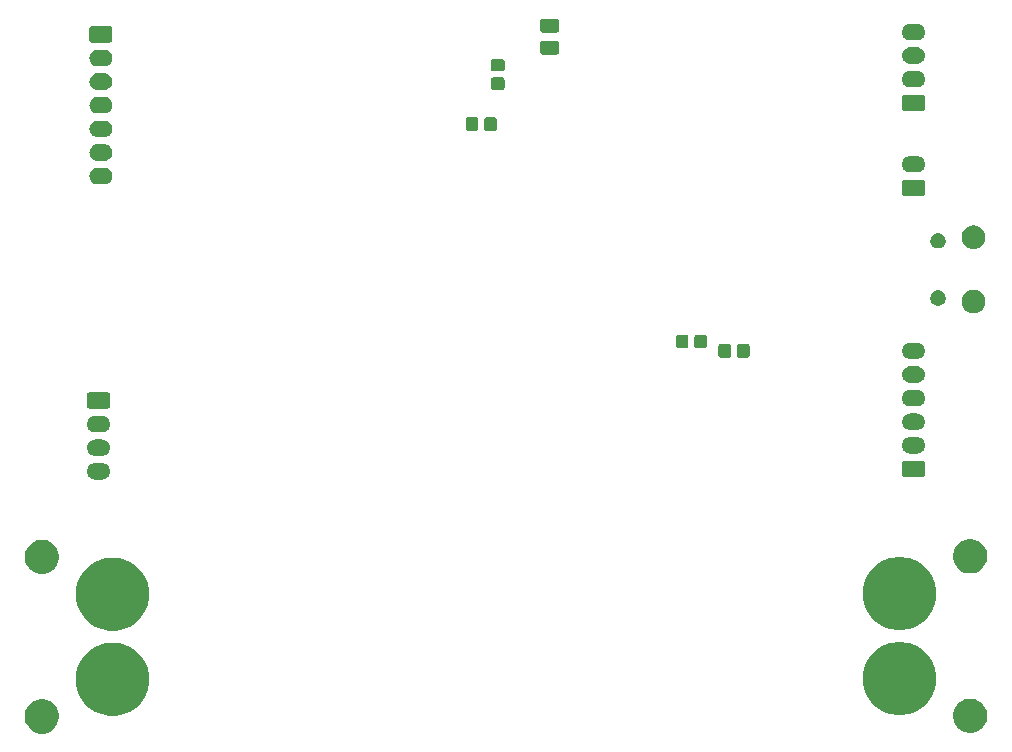
<source format=gbr>
G04 #@! TF.GenerationSoftware,KiCad,Pcbnew,5.1.2-f72e74a~84~ubuntu16.04.1*
G04 #@! TF.CreationDate,2019-06-08T12:34:57+01:00*
G04 #@! TF.ProjectId,bldc-BMS,626c6463-2d42-44d5-932e-6b696361645f,rev?*
G04 #@! TF.SameCoordinates,Original*
G04 #@! TF.FileFunction,Soldermask,Bot*
G04 #@! TF.FilePolarity,Negative*
%FSLAX46Y46*%
G04 Gerber Fmt 4.6, Leading zero omitted, Abs format (unit mm)*
G04 Created by KiCad (PCBNEW 5.1.2-f72e74a~84~ubuntu16.04.1) date 2019-06-08 12:34:57*
%MOMM*%
%LPD*%
G04 APERTURE LIST*
%ADD10C,0.100000*%
G04 APERTURE END LIST*
D10*
G36*
X105420948Y-99155722D02*
G01*
X105684831Y-99265026D01*
X105684833Y-99265027D01*
X105922321Y-99423711D01*
X106124289Y-99625679D01*
X106249564Y-99813167D01*
X106282974Y-99863169D01*
X106392278Y-100127052D01*
X106448000Y-100407186D01*
X106448000Y-100692814D01*
X106392278Y-100972948D01*
X106303684Y-101186833D01*
X106282973Y-101236833D01*
X106124289Y-101474321D01*
X105922321Y-101676289D01*
X105684833Y-101834973D01*
X105684832Y-101834974D01*
X105684831Y-101834974D01*
X105420948Y-101944278D01*
X105140814Y-102000000D01*
X104855186Y-102000000D01*
X104575052Y-101944278D01*
X104311169Y-101834974D01*
X104311168Y-101834974D01*
X104311167Y-101834973D01*
X104073679Y-101676289D01*
X103871711Y-101474321D01*
X103713027Y-101236833D01*
X103692316Y-101186833D01*
X103603722Y-100972948D01*
X103548000Y-100692814D01*
X103548000Y-100407186D01*
X103603722Y-100127052D01*
X103713026Y-99863169D01*
X103746436Y-99813167D01*
X103871711Y-99625679D01*
X104073679Y-99423711D01*
X104311167Y-99265027D01*
X104311169Y-99265026D01*
X104575052Y-99155722D01*
X104855186Y-99100000D01*
X105140814Y-99100000D01*
X105420948Y-99155722D01*
X105420948Y-99155722D01*
G37*
G36*
X184022948Y-99105722D02*
G01*
X184286831Y-99215026D01*
X184286833Y-99215027D01*
X184524321Y-99373711D01*
X184726289Y-99575679D01*
X184881472Y-99807928D01*
X184884974Y-99813169D01*
X184994278Y-100077052D01*
X185050000Y-100357186D01*
X185050000Y-100642814D01*
X184994278Y-100922948D01*
X184884974Y-101186831D01*
X184884973Y-101186833D01*
X184726289Y-101424321D01*
X184524321Y-101626289D01*
X184286833Y-101784973D01*
X184286832Y-101784974D01*
X184286831Y-101784974D01*
X184022948Y-101894278D01*
X183742814Y-101950000D01*
X183457186Y-101950000D01*
X183177052Y-101894278D01*
X182913169Y-101784974D01*
X182913168Y-101784974D01*
X182913167Y-101784973D01*
X182675679Y-101626289D01*
X182473711Y-101424321D01*
X182315027Y-101186833D01*
X182315026Y-101186831D01*
X182205722Y-100922948D01*
X182150000Y-100642814D01*
X182150000Y-100357186D01*
X182205722Y-100077052D01*
X182315026Y-99813169D01*
X182318528Y-99807928D01*
X182473711Y-99575679D01*
X182675679Y-99373711D01*
X182913167Y-99215027D01*
X182913169Y-99215026D01*
X183177052Y-99105722D01*
X183457186Y-99050000D01*
X183742814Y-99050000D01*
X184022948Y-99105722D01*
X184022948Y-99105722D01*
G37*
G36*
X111602780Y-94359565D02*
G01*
X111902237Y-94419131D01*
X112466401Y-94652815D01*
X112974135Y-94992072D01*
X113405928Y-95423865D01*
X113745185Y-95931599D01*
X113978869Y-96495763D01*
X113978869Y-96495765D01*
X114088055Y-97044677D01*
X114098000Y-97094677D01*
X114098000Y-97705323D01*
X113978869Y-98304237D01*
X113745185Y-98868401D01*
X113405928Y-99376135D01*
X112974135Y-99807928D01*
X112466401Y-100147185D01*
X111902237Y-100380869D01*
X111602780Y-100440435D01*
X111303325Y-100500000D01*
X110692675Y-100500000D01*
X110393220Y-100440435D01*
X110093763Y-100380869D01*
X109529599Y-100147185D01*
X109021865Y-99807928D01*
X108590072Y-99376135D01*
X108250815Y-98868401D01*
X108017131Y-98304237D01*
X107898000Y-97705323D01*
X107898000Y-97094677D01*
X107907946Y-97044677D01*
X108017131Y-96495765D01*
X108017131Y-96495763D01*
X108250815Y-95931599D01*
X108590072Y-95423865D01*
X109021865Y-94992072D01*
X109529599Y-94652815D01*
X110093763Y-94419131D01*
X110393220Y-94359565D01*
X110692675Y-94300000D01*
X111303325Y-94300000D01*
X111602780Y-94359565D01*
X111602780Y-94359565D01*
G37*
G36*
X178156691Y-94300000D02*
G01*
X178504237Y-94369131D01*
X179068401Y-94602815D01*
X179576135Y-94942072D01*
X180007928Y-95373865D01*
X180347185Y-95881599D01*
X180580869Y-96445763D01*
X180590815Y-96495765D01*
X180700000Y-97044675D01*
X180700000Y-97655325D01*
X180690054Y-97705325D01*
X180580869Y-98254237D01*
X180347185Y-98818401D01*
X180007928Y-99326135D01*
X179576135Y-99757928D01*
X179068401Y-100097185D01*
X178504237Y-100330869D01*
X178252869Y-100380869D01*
X177905325Y-100450000D01*
X177294675Y-100450000D01*
X176947131Y-100380869D01*
X176695763Y-100330869D01*
X176131599Y-100097185D01*
X175623865Y-99757928D01*
X175192072Y-99326135D01*
X174852815Y-98818401D01*
X174619131Y-98254237D01*
X174509946Y-97705325D01*
X174500000Y-97655325D01*
X174500000Y-97044675D01*
X174609185Y-96495765D01*
X174619131Y-96445763D01*
X174852815Y-95881599D01*
X175192072Y-95373865D01*
X175623865Y-94942072D01*
X176131599Y-94602815D01*
X176695763Y-94369131D01*
X177043309Y-94300000D01*
X177294675Y-94250000D01*
X177905325Y-94250000D01*
X178156691Y-94300000D01*
X178156691Y-94300000D01*
G37*
G36*
X111602780Y-87159565D02*
G01*
X111902237Y-87219131D01*
X112466401Y-87452815D01*
X112974135Y-87792072D01*
X113405928Y-88223865D01*
X113745185Y-88731599D01*
X113978869Y-89295763D01*
X113978869Y-89295765D01*
X114088055Y-89844677D01*
X114098000Y-89894677D01*
X114098000Y-90505323D01*
X113978869Y-91104237D01*
X113745185Y-91668401D01*
X113405928Y-92176135D01*
X112974135Y-92607928D01*
X112466401Y-92947185D01*
X111902237Y-93180869D01*
X111602780Y-93240435D01*
X111303325Y-93300000D01*
X110692675Y-93300000D01*
X110393220Y-93240435D01*
X110093763Y-93180869D01*
X109529599Y-92947185D01*
X109021865Y-92607928D01*
X108590072Y-92176135D01*
X108250815Y-91668401D01*
X108017131Y-91104237D01*
X107898000Y-90505323D01*
X107898000Y-89894677D01*
X107907946Y-89844677D01*
X108017131Y-89295765D01*
X108017131Y-89295763D01*
X108250815Y-88731599D01*
X108590072Y-88223865D01*
X109021865Y-87792072D01*
X109529599Y-87452815D01*
X110093763Y-87219131D01*
X110393220Y-87159565D01*
X110692675Y-87100000D01*
X111303325Y-87100000D01*
X111602780Y-87159565D01*
X111602780Y-87159565D01*
G37*
G36*
X178156691Y-87100000D02*
G01*
X178504237Y-87169131D01*
X179068401Y-87402815D01*
X179576135Y-87742072D01*
X180007928Y-88173865D01*
X180347185Y-88681599D01*
X180580869Y-89245763D01*
X180590815Y-89295765D01*
X180700000Y-89844675D01*
X180700000Y-90455325D01*
X180690054Y-90505325D01*
X180580869Y-91054237D01*
X180347185Y-91618401D01*
X180007928Y-92126135D01*
X179576135Y-92557928D01*
X179068401Y-92897185D01*
X178504237Y-93130869D01*
X178252869Y-93180869D01*
X177905325Y-93250000D01*
X177294675Y-93250000D01*
X176947131Y-93180869D01*
X176695763Y-93130869D01*
X176131599Y-92897185D01*
X175623865Y-92557928D01*
X175192072Y-92126135D01*
X174852815Y-91618401D01*
X174619131Y-91054237D01*
X174509946Y-90505325D01*
X174500000Y-90455325D01*
X174500000Y-89844675D01*
X174609185Y-89295765D01*
X174619131Y-89245763D01*
X174852815Y-88681599D01*
X175192072Y-88173865D01*
X175623865Y-87742072D01*
X176131599Y-87402815D01*
X176695763Y-87169131D01*
X177043309Y-87100000D01*
X177294675Y-87050000D01*
X177905325Y-87050000D01*
X178156691Y-87100000D01*
X178156691Y-87100000D01*
G37*
G36*
X105420948Y-85655722D02*
G01*
X105684831Y-85765026D01*
X105684833Y-85765027D01*
X105922321Y-85923711D01*
X106124289Y-86125679D01*
X106249564Y-86313167D01*
X106282974Y-86363169D01*
X106392278Y-86627052D01*
X106448000Y-86907186D01*
X106448000Y-87192814D01*
X106392278Y-87472948D01*
X106303684Y-87686833D01*
X106282973Y-87736833D01*
X106124289Y-87974321D01*
X105922321Y-88176289D01*
X105684833Y-88334973D01*
X105684832Y-88334974D01*
X105684831Y-88334974D01*
X105420948Y-88444278D01*
X105140814Y-88500000D01*
X104855186Y-88500000D01*
X104575052Y-88444278D01*
X104311169Y-88334974D01*
X104311168Y-88334974D01*
X104311167Y-88334973D01*
X104073679Y-88176289D01*
X103871711Y-87974321D01*
X103713027Y-87736833D01*
X103692316Y-87686833D01*
X103603722Y-87472948D01*
X103548000Y-87192814D01*
X103548000Y-86907186D01*
X103603722Y-86627052D01*
X103713026Y-86363169D01*
X103746436Y-86313167D01*
X103871711Y-86125679D01*
X104073679Y-85923711D01*
X104311167Y-85765027D01*
X104311169Y-85765026D01*
X104575052Y-85655722D01*
X104855186Y-85600000D01*
X105140814Y-85600000D01*
X105420948Y-85655722D01*
X105420948Y-85655722D01*
G37*
G36*
X184022948Y-85605722D02*
G01*
X184286831Y-85715026D01*
X184286833Y-85715027D01*
X184524321Y-85873711D01*
X184726289Y-86075679D01*
X184884973Y-86313167D01*
X184884974Y-86313169D01*
X184994278Y-86577052D01*
X185050000Y-86857186D01*
X185050000Y-87142814D01*
X184994278Y-87422948D01*
X184884974Y-87686831D01*
X184884973Y-87686833D01*
X184726289Y-87924321D01*
X184524321Y-88126289D01*
X184286833Y-88284973D01*
X184286832Y-88284974D01*
X184286831Y-88284974D01*
X184022948Y-88394278D01*
X183742814Y-88450000D01*
X183457186Y-88450000D01*
X183177052Y-88394278D01*
X182913169Y-88284974D01*
X182913168Y-88284974D01*
X182913167Y-88284973D01*
X182675679Y-88126289D01*
X182473711Y-87924321D01*
X182315027Y-87686833D01*
X182315026Y-87686831D01*
X182205722Y-87422948D01*
X182150000Y-87142814D01*
X182150000Y-86857186D01*
X182205722Y-86577052D01*
X182315026Y-86313169D01*
X182315027Y-86313167D01*
X182473711Y-86075679D01*
X182675679Y-85873711D01*
X182913167Y-85715027D01*
X182913169Y-85715026D01*
X183177052Y-85605722D01*
X183457186Y-85550000D01*
X183742814Y-85550000D01*
X184022948Y-85605722D01*
X184022948Y-85605722D01*
G37*
G36*
X110212224Y-79110128D02*
G01*
X110344175Y-79150155D01*
X110465781Y-79215155D01*
X110572370Y-79302630D01*
X110659845Y-79409219D01*
X110724845Y-79530825D01*
X110764872Y-79662776D01*
X110778387Y-79800000D01*
X110764872Y-79937224D01*
X110724845Y-80069175D01*
X110659845Y-80190781D01*
X110572370Y-80297370D01*
X110465781Y-80384845D01*
X110344175Y-80449845D01*
X110212224Y-80489872D01*
X110109390Y-80500000D01*
X109490610Y-80500000D01*
X109387776Y-80489872D01*
X109255825Y-80449845D01*
X109134219Y-80384845D01*
X109027630Y-80297370D01*
X108940155Y-80190781D01*
X108875155Y-80069175D01*
X108835128Y-79937224D01*
X108821613Y-79800000D01*
X108835128Y-79662776D01*
X108875155Y-79530825D01*
X108940155Y-79409219D01*
X109027630Y-79302630D01*
X109134219Y-79215155D01*
X109255825Y-79150155D01*
X109387776Y-79110128D01*
X109490610Y-79100000D01*
X110109390Y-79100000D01*
X110212224Y-79110128D01*
X110212224Y-79110128D01*
G37*
G36*
X179598806Y-78904796D02*
G01*
X179639734Y-78917211D01*
X179677444Y-78937368D01*
X179710502Y-78964498D01*
X179737632Y-78997556D01*
X179757789Y-79035266D01*
X179770204Y-79076194D01*
X179775000Y-79124890D01*
X179775000Y-80075110D01*
X179770204Y-80123806D01*
X179757789Y-80164734D01*
X179737632Y-80202444D01*
X179710502Y-80235502D01*
X179677444Y-80262632D01*
X179639734Y-80282789D01*
X179598806Y-80295204D01*
X179550110Y-80300000D01*
X178049890Y-80300000D01*
X178001194Y-80295204D01*
X177960266Y-80282789D01*
X177922556Y-80262632D01*
X177889498Y-80235502D01*
X177862368Y-80202444D01*
X177842211Y-80164734D01*
X177829796Y-80123806D01*
X177825000Y-80075110D01*
X177825000Y-79124890D01*
X177829796Y-79076194D01*
X177842211Y-79035266D01*
X177862368Y-78997556D01*
X177889498Y-78964498D01*
X177922556Y-78937368D01*
X177960266Y-78917211D01*
X178001194Y-78904796D01*
X178049890Y-78900000D01*
X179550110Y-78900000D01*
X179598806Y-78904796D01*
X179598806Y-78904796D01*
G37*
G36*
X110212224Y-77110128D02*
G01*
X110344175Y-77150155D01*
X110465781Y-77215155D01*
X110572370Y-77302630D01*
X110659845Y-77409219D01*
X110724845Y-77530825D01*
X110764872Y-77662776D01*
X110778387Y-77800000D01*
X110764872Y-77937224D01*
X110724845Y-78069175D01*
X110659845Y-78190781D01*
X110572370Y-78297370D01*
X110465781Y-78384845D01*
X110344175Y-78449845D01*
X110212224Y-78489872D01*
X110109390Y-78500000D01*
X109490610Y-78500000D01*
X109387776Y-78489872D01*
X109255825Y-78449845D01*
X109134219Y-78384845D01*
X109027630Y-78297370D01*
X108940155Y-78190781D01*
X108875155Y-78069175D01*
X108835128Y-77937224D01*
X108821613Y-77800000D01*
X108835128Y-77662776D01*
X108875155Y-77530825D01*
X108940155Y-77409219D01*
X109027630Y-77302630D01*
X109134219Y-77215155D01*
X109255825Y-77150155D01*
X109387776Y-77110128D01*
X109490610Y-77100000D01*
X110109390Y-77100000D01*
X110212224Y-77110128D01*
X110212224Y-77110128D01*
G37*
G36*
X179212224Y-76910128D02*
G01*
X179344175Y-76950155D01*
X179465781Y-77015155D01*
X179572370Y-77102630D01*
X179659845Y-77209219D01*
X179724845Y-77330825D01*
X179764872Y-77462776D01*
X179778387Y-77600000D01*
X179764872Y-77737224D01*
X179724845Y-77869175D01*
X179659845Y-77990781D01*
X179572370Y-78097370D01*
X179465781Y-78184845D01*
X179344175Y-78249845D01*
X179212224Y-78289872D01*
X179109390Y-78300000D01*
X178490610Y-78300000D01*
X178387776Y-78289872D01*
X178255825Y-78249845D01*
X178134219Y-78184845D01*
X178027630Y-78097370D01*
X177940155Y-77990781D01*
X177875155Y-77869175D01*
X177835128Y-77737224D01*
X177821613Y-77600000D01*
X177835128Y-77462776D01*
X177875155Y-77330825D01*
X177940155Y-77209219D01*
X178027630Y-77102630D01*
X178134219Y-77015155D01*
X178255825Y-76950155D01*
X178387776Y-76910128D01*
X178490610Y-76900000D01*
X179109390Y-76900000D01*
X179212224Y-76910128D01*
X179212224Y-76910128D01*
G37*
G36*
X110212224Y-75110128D02*
G01*
X110344175Y-75150155D01*
X110465781Y-75215155D01*
X110572370Y-75302630D01*
X110659845Y-75409219D01*
X110724845Y-75530825D01*
X110764872Y-75662776D01*
X110778387Y-75800000D01*
X110764872Y-75937224D01*
X110724845Y-76069175D01*
X110659845Y-76190781D01*
X110572370Y-76297370D01*
X110465781Y-76384845D01*
X110344175Y-76449845D01*
X110212224Y-76489872D01*
X110109390Y-76500000D01*
X109490610Y-76500000D01*
X109387776Y-76489872D01*
X109255825Y-76449845D01*
X109134219Y-76384845D01*
X109027630Y-76297370D01*
X108940155Y-76190781D01*
X108875155Y-76069175D01*
X108835128Y-75937224D01*
X108821613Y-75800000D01*
X108835128Y-75662776D01*
X108875155Y-75530825D01*
X108940155Y-75409219D01*
X109027630Y-75302630D01*
X109134219Y-75215155D01*
X109255825Y-75150155D01*
X109387776Y-75110128D01*
X109490610Y-75100000D01*
X110109390Y-75100000D01*
X110212224Y-75110128D01*
X110212224Y-75110128D01*
G37*
G36*
X179212224Y-74910128D02*
G01*
X179344175Y-74950155D01*
X179465781Y-75015155D01*
X179572370Y-75102630D01*
X179659845Y-75209219D01*
X179724845Y-75330825D01*
X179764872Y-75462776D01*
X179778387Y-75600000D01*
X179764872Y-75737224D01*
X179724845Y-75869175D01*
X179659845Y-75990781D01*
X179572370Y-76097370D01*
X179465781Y-76184845D01*
X179344175Y-76249845D01*
X179212224Y-76289872D01*
X179109390Y-76300000D01*
X178490610Y-76300000D01*
X178387776Y-76289872D01*
X178255825Y-76249845D01*
X178134219Y-76184845D01*
X178027630Y-76097370D01*
X177940155Y-75990781D01*
X177875155Y-75869175D01*
X177835128Y-75737224D01*
X177821613Y-75600000D01*
X177835128Y-75462776D01*
X177875155Y-75330825D01*
X177940155Y-75209219D01*
X178027630Y-75102630D01*
X178134219Y-75015155D01*
X178255825Y-74950155D01*
X178387776Y-74910128D01*
X178490610Y-74900000D01*
X179109390Y-74900000D01*
X179212224Y-74910128D01*
X179212224Y-74910128D01*
G37*
G36*
X110598806Y-73104796D02*
G01*
X110639734Y-73117211D01*
X110677444Y-73137368D01*
X110710502Y-73164498D01*
X110737632Y-73197556D01*
X110757789Y-73235266D01*
X110770204Y-73276194D01*
X110775000Y-73324890D01*
X110775000Y-74275110D01*
X110770204Y-74323806D01*
X110757789Y-74364734D01*
X110737632Y-74402444D01*
X110710502Y-74435502D01*
X110677444Y-74462632D01*
X110639734Y-74482789D01*
X110598806Y-74495204D01*
X110550110Y-74500000D01*
X109049890Y-74500000D01*
X109001194Y-74495204D01*
X108960266Y-74482789D01*
X108922556Y-74462632D01*
X108889498Y-74435502D01*
X108862368Y-74402444D01*
X108842211Y-74364734D01*
X108829796Y-74323806D01*
X108825000Y-74275110D01*
X108825000Y-73324890D01*
X108829796Y-73276194D01*
X108842211Y-73235266D01*
X108862368Y-73197556D01*
X108889498Y-73164498D01*
X108922556Y-73137368D01*
X108960266Y-73117211D01*
X109001194Y-73104796D01*
X109049890Y-73100000D01*
X110550110Y-73100000D01*
X110598806Y-73104796D01*
X110598806Y-73104796D01*
G37*
G36*
X179212224Y-72910128D02*
G01*
X179344175Y-72950155D01*
X179465781Y-73015155D01*
X179572370Y-73102630D01*
X179659845Y-73209219D01*
X179724845Y-73330825D01*
X179764872Y-73462776D01*
X179778387Y-73600000D01*
X179764872Y-73737224D01*
X179724845Y-73869175D01*
X179659845Y-73990781D01*
X179572370Y-74097370D01*
X179465781Y-74184845D01*
X179344175Y-74249845D01*
X179212224Y-74289872D01*
X179109390Y-74300000D01*
X178490610Y-74300000D01*
X178387776Y-74289872D01*
X178255825Y-74249845D01*
X178134219Y-74184845D01*
X178027630Y-74097370D01*
X177940155Y-73990781D01*
X177875155Y-73869175D01*
X177835128Y-73737224D01*
X177821613Y-73600000D01*
X177835128Y-73462776D01*
X177875155Y-73330825D01*
X177940155Y-73209219D01*
X178027630Y-73102630D01*
X178134219Y-73015155D01*
X178255825Y-72950155D01*
X178387776Y-72910128D01*
X178490610Y-72900000D01*
X179109390Y-72900000D01*
X179212224Y-72910128D01*
X179212224Y-72910128D01*
G37*
G36*
X179212224Y-70910128D02*
G01*
X179344175Y-70950155D01*
X179465781Y-71015155D01*
X179572370Y-71102630D01*
X179659845Y-71209219D01*
X179724845Y-71330825D01*
X179764872Y-71462776D01*
X179778387Y-71600000D01*
X179764872Y-71737224D01*
X179724845Y-71869175D01*
X179659845Y-71990781D01*
X179572370Y-72097370D01*
X179465781Y-72184845D01*
X179344175Y-72249845D01*
X179212224Y-72289872D01*
X179109390Y-72300000D01*
X178490610Y-72300000D01*
X178387776Y-72289872D01*
X178255825Y-72249845D01*
X178134219Y-72184845D01*
X178027630Y-72097370D01*
X177940155Y-71990781D01*
X177875155Y-71869175D01*
X177835128Y-71737224D01*
X177821613Y-71600000D01*
X177835128Y-71462776D01*
X177875155Y-71330825D01*
X177940155Y-71209219D01*
X178027630Y-71102630D01*
X178134219Y-71015155D01*
X178255825Y-70950155D01*
X178387776Y-70910128D01*
X178490610Y-70900000D01*
X179109390Y-70900000D01*
X179212224Y-70910128D01*
X179212224Y-70910128D01*
G37*
G36*
X179212224Y-68910128D02*
G01*
X179344175Y-68950155D01*
X179465781Y-69015155D01*
X179572370Y-69102630D01*
X179659845Y-69209219D01*
X179724845Y-69330825D01*
X179764872Y-69462776D01*
X179778387Y-69600000D01*
X179764872Y-69737224D01*
X179724845Y-69869175D01*
X179659845Y-69990781D01*
X179572370Y-70097370D01*
X179465781Y-70184845D01*
X179344175Y-70249845D01*
X179212224Y-70289872D01*
X179109390Y-70300000D01*
X178490610Y-70300000D01*
X178387776Y-70289872D01*
X178255825Y-70249845D01*
X178134219Y-70184845D01*
X178027630Y-70097370D01*
X177940155Y-69990781D01*
X177875155Y-69869175D01*
X177835128Y-69737224D01*
X177821613Y-69600000D01*
X177835128Y-69462776D01*
X177875155Y-69330825D01*
X177940155Y-69209219D01*
X178027630Y-69102630D01*
X178134219Y-69015155D01*
X178255825Y-68950155D01*
X178387776Y-68910128D01*
X178490610Y-68900000D01*
X179109390Y-68900000D01*
X179212224Y-68910128D01*
X179212224Y-68910128D01*
G37*
G36*
X164758867Y-69029556D02*
G01*
X164797448Y-69041259D01*
X164833001Y-69060263D01*
X164864163Y-69085837D01*
X164889737Y-69116999D01*
X164908741Y-69152552D01*
X164920444Y-69191133D01*
X164925000Y-69237390D01*
X164925000Y-69962610D01*
X164920444Y-70008867D01*
X164908741Y-70047448D01*
X164889737Y-70083001D01*
X164864163Y-70114163D01*
X164833001Y-70139737D01*
X164797448Y-70158741D01*
X164758867Y-70170444D01*
X164712610Y-70175000D01*
X164062390Y-70175000D01*
X164016133Y-70170444D01*
X163977552Y-70158741D01*
X163941999Y-70139737D01*
X163910837Y-70114163D01*
X163885263Y-70083001D01*
X163866259Y-70047448D01*
X163854556Y-70008867D01*
X163850000Y-69962610D01*
X163850000Y-69237390D01*
X163854556Y-69191133D01*
X163866259Y-69152552D01*
X163885263Y-69116999D01*
X163910837Y-69085837D01*
X163941999Y-69060263D01*
X163977552Y-69041259D01*
X164016133Y-69029556D01*
X164062390Y-69025000D01*
X164712610Y-69025000D01*
X164758867Y-69029556D01*
X164758867Y-69029556D01*
G37*
G36*
X163183867Y-69029556D02*
G01*
X163222448Y-69041259D01*
X163258001Y-69060263D01*
X163289163Y-69085837D01*
X163314737Y-69116999D01*
X163333741Y-69152552D01*
X163345444Y-69191133D01*
X163350000Y-69237390D01*
X163350000Y-69962610D01*
X163345444Y-70008867D01*
X163333741Y-70047448D01*
X163314737Y-70083001D01*
X163289163Y-70114163D01*
X163258001Y-70139737D01*
X163222448Y-70158741D01*
X163183867Y-70170444D01*
X163137610Y-70175000D01*
X162487390Y-70175000D01*
X162441133Y-70170444D01*
X162402552Y-70158741D01*
X162366999Y-70139737D01*
X162335837Y-70114163D01*
X162310263Y-70083001D01*
X162291259Y-70047448D01*
X162279556Y-70008867D01*
X162275000Y-69962610D01*
X162275000Y-69237390D01*
X162279556Y-69191133D01*
X162291259Y-69152552D01*
X162310263Y-69116999D01*
X162335837Y-69085837D01*
X162366999Y-69060263D01*
X162402552Y-69041259D01*
X162441133Y-69029556D01*
X162487390Y-69025000D01*
X163137610Y-69025000D01*
X163183867Y-69029556D01*
X163183867Y-69029556D01*
G37*
G36*
X161158867Y-68229556D02*
G01*
X161197448Y-68241259D01*
X161233001Y-68260263D01*
X161264163Y-68285837D01*
X161289737Y-68316999D01*
X161308741Y-68352552D01*
X161320444Y-68391133D01*
X161325000Y-68437390D01*
X161325000Y-69162610D01*
X161320444Y-69208867D01*
X161308741Y-69247448D01*
X161289737Y-69283001D01*
X161264163Y-69314163D01*
X161233001Y-69339737D01*
X161197448Y-69358741D01*
X161158867Y-69370444D01*
X161112610Y-69375000D01*
X160462390Y-69375000D01*
X160416133Y-69370444D01*
X160377552Y-69358741D01*
X160341999Y-69339737D01*
X160310837Y-69314163D01*
X160285263Y-69283001D01*
X160266259Y-69247448D01*
X160254556Y-69208867D01*
X160250000Y-69162610D01*
X160250000Y-68437390D01*
X160254556Y-68391133D01*
X160266259Y-68352552D01*
X160285263Y-68316999D01*
X160310837Y-68285837D01*
X160341999Y-68260263D01*
X160377552Y-68241259D01*
X160416133Y-68229556D01*
X160462390Y-68225000D01*
X161112610Y-68225000D01*
X161158867Y-68229556D01*
X161158867Y-68229556D01*
G37*
G36*
X159583867Y-68229556D02*
G01*
X159622448Y-68241259D01*
X159658001Y-68260263D01*
X159689163Y-68285837D01*
X159714737Y-68316999D01*
X159733741Y-68352552D01*
X159745444Y-68391133D01*
X159750000Y-68437390D01*
X159750000Y-69162610D01*
X159745444Y-69208867D01*
X159733741Y-69247448D01*
X159714737Y-69283001D01*
X159689163Y-69314163D01*
X159658001Y-69339737D01*
X159622448Y-69358741D01*
X159583867Y-69370444D01*
X159537610Y-69375000D01*
X158887390Y-69375000D01*
X158841133Y-69370444D01*
X158802552Y-69358741D01*
X158766999Y-69339737D01*
X158735837Y-69314163D01*
X158710263Y-69283001D01*
X158691259Y-69247448D01*
X158679556Y-69208867D01*
X158675000Y-69162610D01*
X158675000Y-68437390D01*
X158679556Y-68391133D01*
X158691259Y-68352552D01*
X158710263Y-68316999D01*
X158735837Y-68285837D01*
X158766999Y-68260263D01*
X158802552Y-68241259D01*
X158841133Y-68229556D01*
X158887390Y-68225000D01*
X159537610Y-68225000D01*
X159583867Y-68229556D01*
X159583867Y-68229556D01*
G37*
G36*
X184107290Y-64455619D02*
G01*
X184171689Y-64468429D01*
X184353678Y-64543811D01*
X184517463Y-64653249D01*
X184656751Y-64792537D01*
X184766189Y-64956322D01*
X184841571Y-65138311D01*
X184841571Y-65138312D01*
X184880000Y-65331507D01*
X184880000Y-65528493D01*
X184860826Y-65624888D01*
X184841571Y-65721689D01*
X184766189Y-65903678D01*
X184656751Y-66067463D01*
X184517463Y-66206751D01*
X184353678Y-66316189D01*
X184171689Y-66391571D01*
X184107290Y-66404381D01*
X183978493Y-66430000D01*
X183781507Y-66430000D01*
X183652710Y-66404381D01*
X183588311Y-66391571D01*
X183406322Y-66316189D01*
X183242537Y-66206751D01*
X183103249Y-66067463D01*
X182993811Y-65903678D01*
X182918429Y-65721689D01*
X182899174Y-65624888D01*
X182880000Y-65528493D01*
X182880000Y-65331507D01*
X182918429Y-65138312D01*
X182918429Y-65138311D01*
X182993811Y-64956322D01*
X183103249Y-64792537D01*
X183242537Y-64653249D01*
X183406322Y-64543811D01*
X183588311Y-64468429D01*
X183652710Y-64455619D01*
X183781507Y-64430000D01*
X183978493Y-64430000D01*
X184107290Y-64455619D01*
X184107290Y-64455619D01*
G37*
G36*
X181027738Y-64486653D02*
G01*
X181069598Y-64494979D01*
X181118596Y-64515275D01*
X181187889Y-64543977D01*
X181187890Y-64543978D01*
X181294351Y-64615112D01*
X181384888Y-64705649D01*
X181432418Y-64776784D01*
X181456023Y-64812111D01*
X181505021Y-64930403D01*
X181530000Y-65055979D01*
X181530000Y-65184021D01*
X181505021Y-65309597D01*
X181456023Y-65427889D01*
X181456022Y-65427890D01*
X181384888Y-65534351D01*
X181294351Y-65624888D01*
X181223216Y-65672418D01*
X181187889Y-65696023D01*
X181118596Y-65724725D01*
X181069598Y-65745021D01*
X181027738Y-65753347D01*
X180944021Y-65770000D01*
X180815979Y-65770000D01*
X180732262Y-65753347D01*
X180690402Y-65745021D01*
X180641404Y-65724725D01*
X180572111Y-65696023D01*
X180536784Y-65672418D01*
X180465649Y-65624888D01*
X180375112Y-65534351D01*
X180303978Y-65427890D01*
X180303977Y-65427889D01*
X180254979Y-65309597D01*
X180230000Y-65184021D01*
X180230000Y-65055979D01*
X180254979Y-64930403D01*
X180303977Y-64812111D01*
X180327582Y-64776784D01*
X180375112Y-64705649D01*
X180465649Y-64615112D01*
X180572110Y-64543978D01*
X180572111Y-64543977D01*
X180641404Y-64515275D01*
X180690402Y-64494979D01*
X180732262Y-64486653D01*
X180815979Y-64470000D01*
X180944021Y-64470000D01*
X181027738Y-64486653D01*
X181027738Y-64486653D01*
G37*
G36*
X184107290Y-58995619D02*
G01*
X184171689Y-59008429D01*
X184353678Y-59083811D01*
X184517463Y-59193249D01*
X184656751Y-59332537D01*
X184766189Y-59496322D01*
X184841571Y-59678311D01*
X184841571Y-59678312D01*
X184880000Y-59871507D01*
X184880000Y-60068493D01*
X184854381Y-60197290D01*
X184841571Y-60261689D01*
X184766189Y-60443678D01*
X184656751Y-60607463D01*
X184517463Y-60746751D01*
X184353678Y-60856189D01*
X184171689Y-60931571D01*
X184107290Y-60944381D01*
X183978493Y-60970000D01*
X183781507Y-60970000D01*
X183652710Y-60944381D01*
X183588311Y-60931571D01*
X183406322Y-60856189D01*
X183242537Y-60746751D01*
X183103249Y-60607463D01*
X182993811Y-60443678D01*
X182918429Y-60261689D01*
X182905619Y-60197290D01*
X182880000Y-60068493D01*
X182880000Y-59871507D01*
X182918429Y-59678312D01*
X182918429Y-59678311D01*
X182993811Y-59496322D01*
X183103249Y-59332537D01*
X183242537Y-59193249D01*
X183406322Y-59083811D01*
X183588311Y-59008429D01*
X183652710Y-58995619D01*
X183781507Y-58970000D01*
X183978493Y-58970000D01*
X184107290Y-58995619D01*
X184107290Y-58995619D01*
G37*
G36*
X181027738Y-59646653D02*
G01*
X181069598Y-59654979D01*
X181118596Y-59675275D01*
X181187889Y-59703977D01*
X181187890Y-59703978D01*
X181294351Y-59775112D01*
X181384888Y-59865649D01*
X181388802Y-59871507D01*
X181456023Y-59972111D01*
X181505021Y-60090403D01*
X181530000Y-60215979D01*
X181530000Y-60344021D01*
X181505021Y-60469597D01*
X181456023Y-60587889D01*
X181456022Y-60587890D01*
X181384888Y-60694351D01*
X181294351Y-60784888D01*
X181223216Y-60832418D01*
X181187889Y-60856023D01*
X181118596Y-60884725D01*
X181069598Y-60905021D01*
X181027738Y-60913347D01*
X180944021Y-60930000D01*
X180815979Y-60930000D01*
X180732262Y-60913347D01*
X180690402Y-60905021D01*
X180641404Y-60884725D01*
X180572111Y-60856023D01*
X180536784Y-60832418D01*
X180465649Y-60784888D01*
X180375112Y-60694351D01*
X180303978Y-60587890D01*
X180303977Y-60587889D01*
X180254979Y-60469597D01*
X180230000Y-60344021D01*
X180230000Y-60215979D01*
X180254979Y-60090403D01*
X180303977Y-59972111D01*
X180371198Y-59871507D01*
X180375112Y-59865649D01*
X180465649Y-59775112D01*
X180572110Y-59703978D01*
X180572111Y-59703977D01*
X180641404Y-59675275D01*
X180690402Y-59654979D01*
X180732262Y-59646653D01*
X180815979Y-59630000D01*
X180944021Y-59630000D01*
X181027738Y-59646653D01*
X181027738Y-59646653D01*
G37*
G36*
X179598806Y-55104796D02*
G01*
X179639734Y-55117211D01*
X179677444Y-55137368D01*
X179710502Y-55164498D01*
X179737632Y-55197556D01*
X179757789Y-55235266D01*
X179770204Y-55276194D01*
X179775000Y-55324890D01*
X179775000Y-56275110D01*
X179770204Y-56323806D01*
X179757789Y-56364734D01*
X179737632Y-56402444D01*
X179710502Y-56435502D01*
X179677444Y-56462632D01*
X179639734Y-56482789D01*
X179598806Y-56495204D01*
X179550110Y-56500000D01*
X178049890Y-56500000D01*
X178001194Y-56495204D01*
X177960266Y-56482789D01*
X177922556Y-56462632D01*
X177889498Y-56435502D01*
X177862368Y-56402444D01*
X177842211Y-56364734D01*
X177829796Y-56323806D01*
X177825000Y-56275110D01*
X177825000Y-55324890D01*
X177829796Y-55276194D01*
X177842211Y-55235266D01*
X177862368Y-55197556D01*
X177889498Y-55164498D01*
X177922556Y-55137368D01*
X177960266Y-55117211D01*
X178001194Y-55104796D01*
X178049890Y-55100000D01*
X179550110Y-55100000D01*
X179598806Y-55104796D01*
X179598806Y-55104796D01*
G37*
G36*
X110412224Y-54110128D02*
G01*
X110544175Y-54150155D01*
X110665781Y-54215155D01*
X110772370Y-54302630D01*
X110859845Y-54409219D01*
X110924845Y-54530825D01*
X110964872Y-54662776D01*
X110978387Y-54800000D01*
X110964872Y-54937224D01*
X110924845Y-55069175D01*
X110859845Y-55190781D01*
X110772370Y-55297370D01*
X110665781Y-55384845D01*
X110544175Y-55449845D01*
X110412224Y-55489872D01*
X110309390Y-55500000D01*
X109690610Y-55500000D01*
X109587776Y-55489872D01*
X109455825Y-55449845D01*
X109334219Y-55384845D01*
X109227630Y-55297370D01*
X109140155Y-55190781D01*
X109075155Y-55069175D01*
X109035128Y-54937224D01*
X109021613Y-54800000D01*
X109035128Y-54662776D01*
X109075155Y-54530825D01*
X109140155Y-54409219D01*
X109227630Y-54302630D01*
X109334219Y-54215155D01*
X109455825Y-54150155D01*
X109587776Y-54110128D01*
X109690610Y-54100000D01*
X110309390Y-54100000D01*
X110412224Y-54110128D01*
X110412224Y-54110128D01*
G37*
G36*
X179212224Y-53110128D02*
G01*
X179344175Y-53150155D01*
X179465781Y-53215155D01*
X179572370Y-53302630D01*
X179659845Y-53409219D01*
X179724845Y-53530825D01*
X179764872Y-53662776D01*
X179778387Y-53800000D01*
X179764872Y-53937224D01*
X179724845Y-54069175D01*
X179659845Y-54190781D01*
X179572370Y-54297370D01*
X179465781Y-54384845D01*
X179344175Y-54449845D01*
X179212224Y-54489872D01*
X179109390Y-54500000D01*
X178490610Y-54500000D01*
X178387776Y-54489872D01*
X178255825Y-54449845D01*
X178134219Y-54384845D01*
X178027630Y-54297370D01*
X177940155Y-54190781D01*
X177875155Y-54069175D01*
X177835128Y-53937224D01*
X177821613Y-53800000D01*
X177835128Y-53662776D01*
X177875155Y-53530825D01*
X177940155Y-53409219D01*
X178027630Y-53302630D01*
X178134219Y-53215155D01*
X178255825Y-53150155D01*
X178387776Y-53110128D01*
X178490610Y-53100000D01*
X179109390Y-53100000D01*
X179212224Y-53110128D01*
X179212224Y-53110128D01*
G37*
G36*
X110412224Y-52110128D02*
G01*
X110544175Y-52150155D01*
X110665781Y-52215155D01*
X110772370Y-52302630D01*
X110859845Y-52409219D01*
X110924845Y-52530825D01*
X110964872Y-52662776D01*
X110978387Y-52800000D01*
X110964872Y-52937224D01*
X110924845Y-53069175D01*
X110859845Y-53190781D01*
X110772370Y-53297370D01*
X110665781Y-53384845D01*
X110544175Y-53449845D01*
X110412224Y-53489872D01*
X110309390Y-53500000D01*
X109690610Y-53500000D01*
X109587776Y-53489872D01*
X109455825Y-53449845D01*
X109334219Y-53384845D01*
X109227630Y-53297370D01*
X109140155Y-53190781D01*
X109075155Y-53069175D01*
X109035128Y-52937224D01*
X109021613Y-52800000D01*
X109035128Y-52662776D01*
X109075155Y-52530825D01*
X109140155Y-52409219D01*
X109227630Y-52302630D01*
X109334219Y-52215155D01*
X109455825Y-52150155D01*
X109587776Y-52110128D01*
X109690610Y-52100000D01*
X110309390Y-52100000D01*
X110412224Y-52110128D01*
X110412224Y-52110128D01*
G37*
G36*
X110412224Y-50110128D02*
G01*
X110544175Y-50150155D01*
X110665781Y-50215155D01*
X110772370Y-50302630D01*
X110859845Y-50409219D01*
X110924845Y-50530825D01*
X110964872Y-50662776D01*
X110978387Y-50800000D01*
X110964872Y-50937224D01*
X110924845Y-51069175D01*
X110859845Y-51190781D01*
X110772370Y-51297370D01*
X110665781Y-51384845D01*
X110544175Y-51449845D01*
X110412224Y-51489872D01*
X110309390Y-51500000D01*
X109690610Y-51500000D01*
X109587776Y-51489872D01*
X109455825Y-51449845D01*
X109334219Y-51384845D01*
X109227630Y-51297370D01*
X109140155Y-51190781D01*
X109075155Y-51069175D01*
X109035128Y-50937224D01*
X109021613Y-50800000D01*
X109035128Y-50662776D01*
X109075155Y-50530825D01*
X109140155Y-50409219D01*
X109227630Y-50302630D01*
X109334219Y-50215155D01*
X109455825Y-50150155D01*
X109587776Y-50110128D01*
X109690610Y-50100000D01*
X110309390Y-50100000D01*
X110412224Y-50110128D01*
X110412224Y-50110128D01*
G37*
G36*
X143358867Y-49829556D02*
G01*
X143397448Y-49841259D01*
X143433001Y-49860263D01*
X143464163Y-49885837D01*
X143489737Y-49916999D01*
X143508741Y-49952552D01*
X143520444Y-49991133D01*
X143525000Y-50037390D01*
X143525000Y-50762610D01*
X143520444Y-50808867D01*
X143508741Y-50847448D01*
X143489737Y-50883001D01*
X143464163Y-50914163D01*
X143433001Y-50939737D01*
X143397448Y-50958741D01*
X143358867Y-50970444D01*
X143312610Y-50975000D01*
X142662390Y-50975000D01*
X142616133Y-50970444D01*
X142577552Y-50958741D01*
X142541999Y-50939737D01*
X142510837Y-50914163D01*
X142485263Y-50883001D01*
X142466259Y-50847448D01*
X142454556Y-50808867D01*
X142450000Y-50762610D01*
X142450000Y-50037390D01*
X142454556Y-49991133D01*
X142466259Y-49952552D01*
X142485263Y-49916999D01*
X142510837Y-49885837D01*
X142541999Y-49860263D01*
X142577552Y-49841259D01*
X142616133Y-49829556D01*
X142662390Y-49825000D01*
X143312610Y-49825000D01*
X143358867Y-49829556D01*
X143358867Y-49829556D01*
G37*
G36*
X141783867Y-49829556D02*
G01*
X141822448Y-49841259D01*
X141858001Y-49860263D01*
X141889163Y-49885837D01*
X141914737Y-49916999D01*
X141933741Y-49952552D01*
X141945444Y-49991133D01*
X141950000Y-50037390D01*
X141950000Y-50762610D01*
X141945444Y-50808867D01*
X141933741Y-50847448D01*
X141914737Y-50883001D01*
X141889163Y-50914163D01*
X141858001Y-50939737D01*
X141822448Y-50958741D01*
X141783867Y-50970444D01*
X141737610Y-50975000D01*
X141087390Y-50975000D01*
X141041133Y-50970444D01*
X141002552Y-50958741D01*
X140966999Y-50939737D01*
X140935837Y-50914163D01*
X140910263Y-50883001D01*
X140891259Y-50847448D01*
X140879556Y-50808867D01*
X140875000Y-50762610D01*
X140875000Y-50037390D01*
X140879556Y-49991133D01*
X140891259Y-49952552D01*
X140910263Y-49916999D01*
X140935837Y-49885837D01*
X140966999Y-49860263D01*
X141002552Y-49841259D01*
X141041133Y-49829556D01*
X141087390Y-49825000D01*
X141737610Y-49825000D01*
X141783867Y-49829556D01*
X141783867Y-49829556D01*
G37*
G36*
X110412224Y-48110128D02*
G01*
X110544175Y-48150155D01*
X110665781Y-48215155D01*
X110772370Y-48302630D01*
X110859845Y-48409219D01*
X110924845Y-48530825D01*
X110964872Y-48662776D01*
X110978387Y-48800000D01*
X110964872Y-48937224D01*
X110924845Y-49069175D01*
X110859845Y-49190781D01*
X110772370Y-49297370D01*
X110665781Y-49384845D01*
X110544175Y-49449845D01*
X110412224Y-49489872D01*
X110309390Y-49500000D01*
X109690610Y-49500000D01*
X109587776Y-49489872D01*
X109455825Y-49449845D01*
X109334219Y-49384845D01*
X109227630Y-49297370D01*
X109140155Y-49190781D01*
X109075155Y-49069175D01*
X109035128Y-48937224D01*
X109021613Y-48800000D01*
X109035128Y-48662776D01*
X109075155Y-48530825D01*
X109140155Y-48409219D01*
X109227630Y-48302630D01*
X109334219Y-48215155D01*
X109455825Y-48150155D01*
X109587776Y-48110128D01*
X109690610Y-48100000D01*
X110309390Y-48100000D01*
X110412224Y-48110128D01*
X110412224Y-48110128D01*
G37*
G36*
X179598806Y-47904796D02*
G01*
X179639734Y-47917211D01*
X179677444Y-47937368D01*
X179710502Y-47964498D01*
X179737632Y-47997556D01*
X179757789Y-48035266D01*
X179770204Y-48076194D01*
X179775000Y-48124890D01*
X179775000Y-49075110D01*
X179770204Y-49123806D01*
X179757789Y-49164734D01*
X179737632Y-49202444D01*
X179710502Y-49235502D01*
X179677444Y-49262632D01*
X179639734Y-49282789D01*
X179598806Y-49295204D01*
X179550110Y-49300000D01*
X178049890Y-49300000D01*
X178001194Y-49295204D01*
X177960266Y-49282789D01*
X177922556Y-49262632D01*
X177889498Y-49235502D01*
X177862368Y-49202444D01*
X177842211Y-49164734D01*
X177829796Y-49123806D01*
X177825000Y-49075110D01*
X177825000Y-48124890D01*
X177829796Y-48076194D01*
X177842211Y-48035266D01*
X177862368Y-47997556D01*
X177889498Y-47964498D01*
X177922556Y-47937368D01*
X177960266Y-47917211D01*
X178001194Y-47904796D01*
X178049890Y-47900000D01*
X179550110Y-47900000D01*
X179598806Y-47904796D01*
X179598806Y-47904796D01*
G37*
G36*
X144008867Y-46454556D02*
G01*
X144047448Y-46466259D01*
X144083001Y-46485263D01*
X144114163Y-46510837D01*
X144139737Y-46541999D01*
X144158741Y-46577552D01*
X144170444Y-46616133D01*
X144175000Y-46662390D01*
X144175000Y-47312610D01*
X144170444Y-47358867D01*
X144158741Y-47397448D01*
X144139737Y-47433001D01*
X144114163Y-47464163D01*
X144083001Y-47489737D01*
X144047448Y-47508741D01*
X144008867Y-47520444D01*
X143962610Y-47525000D01*
X143237390Y-47525000D01*
X143191133Y-47520444D01*
X143152552Y-47508741D01*
X143116999Y-47489737D01*
X143085837Y-47464163D01*
X143060263Y-47433001D01*
X143041259Y-47397448D01*
X143029556Y-47358867D01*
X143025000Y-47312610D01*
X143025000Y-46662390D01*
X143029556Y-46616133D01*
X143041259Y-46577552D01*
X143060263Y-46541999D01*
X143085837Y-46510837D01*
X143116999Y-46485263D01*
X143152552Y-46466259D01*
X143191133Y-46454556D01*
X143237390Y-46450000D01*
X143962610Y-46450000D01*
X144008867Y-46454556D01*
X144008867Y-46454556D01*
G37*
G36*
X110412224Y-46110128D02*
G01*
X110544175Y-46150155D01*
X110665781Y-46215155D01*
X110772370Y-46302630D01*
X110859845Y-46409219D01*
X110924845Y-46530825D01*
X110964872Y-46662776D01*
X110978387Y-46800000D01*
X110964872Y-46937224D01*
X110924845Y-47069175D01*
X110859845Y-47190781D01*
X110772370Y-47297370D01*
X110665781Y-47384845D01*
X110544175Y-47449845D01*
X110412224Y-47489872D01*
X110309390Y-47500000D01*
X109690610Y-47500000D01*
X109587776Y-47489872D01*
X109455825Y-47449845D01*
X109334219Y-47384845D01*
X109227630Y-47297370D01*
X109140155Y-47190781D01*
X109075155Y-47069175D01*
X109035128Y-46937224D01*
X109021613Y-46800000D01*
X109035128Y-46662776D01*
X109075155Y-46530825D01*
X109140155Y-46409219D01*
X109227630Y-46302630D01*
X109334219Y-46215155D01*
X109455825Y-46150155D01*
X109587776Y-46110128D01*
X109690610Y-46100000D01*
X110309390Y-46100000D01*
X110412224Y-46110128D01*
X110412224Y-46110128D01*
G37*
G36*
X179212224Y-45910128D02*
G01*
X179344175Y-45950155D01*
X179465781Y-46015155D01*
X179572370Y-46102630D01*
X179659845Y-46209219D01*
X179724845Y-46330825D01*
X179764872Y-46462776D01*
X179778387Y-46600000D01*
X179764872Y-46737224D01*
X179724845Y-46869175D01*
X179659845Y-46990781D01*
X179572370Y-47097370D01*
X179465781Y-47184845D01*
X179344175Y-47249845D01*
X179212224Y-47289872D01*
X179109390Y-47300000D01*
X178490610Y-47300000D01*
X178387776Y-47289872D01*
X178255825Y-47249845D01*
X178134219Y-47184845D01*
X178027630Y-47097370D01*
X177940155Y-46990781D01*
X177875155Y-46869175D01*
X177835128Y-46737224D01*
X177821613Y-46600000D01*
X177835128Y-46462776D01*
X177875155Y-46330825D01*
X177940155Y-46209219D01*
X178027630Y-46102630D01*
X178134219Y-46015155D01*
X178255825Y-45950155D01*
X178387776Y-45910128D01*
X178490610Y-45900000D01*
X179109390Y-45900000D01*
X179212224Y-45910128D01*
X179212224Y-45910128D01*
G37*
G36*
X144008867Y-44879556D02*
G01*
X144047448Y-44891259D01*
X144083001Y-44910263D01*
X144114163Y-44935837D01*
X144139737Y-44966999D01*
X144158741Y-45002552D01*
X144170444Y-45041133D01*
X144175000Y-45087390D01*
X144175000Y-45737610D01*
X144170444Y-45783867D01*
X144158741Y-45822448D01*
X144139737Y-45858001D01*
X144114163Y-45889163D01*
X144083001Y-45914737D01*
X144047448Y-45933741D01*
X144008867Y-45945444D01*
X143962610Y-45950000D01*
X143237390Y-45950000D01*
X143191133Y-45945444D01*
X143152552Y-45933741D01*
X143116999Y-45914737D01*
X143085837Y-45889163D01*
X143060263Y-45858001D01*
X143041259Y-45822448D01*
X143029556Y-45783867D01*
X143025000Y-45737610D01*
X143025000Y-45087390D01*
X143029556Y-45041133D01*
X143041259Y-45002552D01*
X143060263Y-44966999D01*
X143085837Y-44935837D01*
X143116999Y-44910263D01*
X143152552Y-44891259D01*
X143191133Y-44879556D01*
X143237390Y-44875000D01*
X143962610Y-44875000D01*
X144008867Y-44879556D01*
X144008867Y-44879556D01*
G37*
G36*
X110412224Y-44110128D02*
G01*
X110544175Y-44150155D01*
X110665781Y-44215155D01*
X110772370Y-44302630D01*
X110859845Y-44409219D01*
X110924845Y-44530825D01*
X110964872Y-44662776D01*
X110978387Y-44800000D01*
X110964872Y-44937224D01*
X110924845Y-45069175D01*
X110859845Y-45190781D01*
X110772370Y-45297370D01*
X110665781Y-45384845D01*
X110544175Y-45449845D01*
X110412224Y-45489872D01*
X110309390Y-45500000D01*
X109690610Y-45500000D01*
X109587776Y-45489872D01*
X109455825Y-45449845D01*
X109334219Y-45384845D01*
X109227630Y-45297370D01*
X109140155Y-45190781D01*
X109075155Y-45069175D01*
X109035128Y-44937224D01*
X109021613Y-44800000D01*
X109035128Y-44662776D01*
X109075155Y-44530825D01*
X109140155Y-44409219D01*
X109227630Y-44302630D01*
X109334219Y-44215155D01*
X109455825Y-44150155D01*
X109587776Y-44110128D01*
X109690610Y-44100000D01*
X110309390Y-44100000D01*
X110412224Y-44110128D01*
X110412224Y-44110128D01*
G37*
G36*
X179212224Y-43910128D02*
G01*
X179344175Y-43950155D01*
X179465781Y-44015155D01*
X179572370Y-44102630D01*
X179659845Y-44209219D01*
X179724845Y-44330825D01*
X179764872Y-44462776D01*
X179778387Y-44600000D01*
X179764872Y-44737224D01*
X179724845Y-44869175D01*
X179659845Y-44990781D01*
X179572370Y-45097370D01*
X179465781Y-45184845D01*
X179344175Y-45249845D01*
X179212224Y-45289872D01*
X179109390Y-45300000D01*
X178490610Y-45300000D01*
X178387776Y-45289872D01*
X178255825Y-45249845D01*
X178134219Y-45184845D01*
X178027630Y-45097370D01*
X177940155Y-44990781D01*
X177875155Y-44869175D01*
X177835128Y-44737224D01*
X177821613Y-44600000D01*
X177835128Y-44462776D01*
X177875155Y-44330825D01*
X177940155Y-44209219D01*
X178027630Y-44102630D01*
X178134219Y-44015155D01*
X178255825Y-43950155D01*
X178387776Y-43910128D01*
X178490610Y-43900000D01*
X179109390Y-43900000D01*
X179212224Y-43910128D01*
X179212224Y-43910128D01*
G37*
G36*
X148613748Y-43355036D02*
G01*
X148657011Y-43368160D01*
X148696890Y-43389476D01*
X148731841Y-43418159D01*
X148760524Y-43453110D01*
X148781840Y-43492989D01*
X148794964Y-43536252D01*
X148800000Y-43587390D01*
X148800000Y-44287610D01*
X148794964Y-44338748D01*
X148781840Y-44382011D01*
X148760524Y-44421890D01*
X148731841Y-44456841D01*
X148696890Y-44485524D01*
X148657011Y-44506840D01*
X148613748Y-44519964D01*
X148562610Y-44525000D01*
X147437390Y-44525000D01*
X147386252Y-44519964D01*
X147342989Y-44506840D01*
X147303110Y-44485524D01*
X147268159Y-44456841D01*
X147239476Y-44421890D01*
X147218160Y-44382011D01*
X147205036Y-44338748D01*
X147200000Y-44287610D01*
X147200000Y-43587390D01*
X147205036Y-43536252D01*
X147218160Y-43492989D01*
X147239476Y-43453110D01*
X147268159Y-43418159D01*
X147303110Y-43389476D01*
X147342989Y-43368160D01*
X147386252Y-43355036D01*
X147437390Y-43350000D01*
X148562610Y-43350000D01*
X148613748Y-43355036D01*
X148613748Y-43355036D01*
G37*
G36*
X110798806Y-42104796D02*
G01*
X110839734Y-42117211D01*
X110877444Y-42137368D01*
X110910502Y-42164498D01*
X110937632Y-42197556D01*
X110957789Y-42235266D01*
X110970204Y-42276194D01*
X110975000Y-42324890D01*
X110975000Y-43275110D01*
X110970204Y-43323806D01*
X110957789Y-43364734D01*
X110937632Y-43402444D01*
X110910502Y-43435502D01*
X110877444Y-43462632D01*
X110839734Y-43482789D01*
X110798806Y-43495204D01*
X110750110Y-43500000D01*
X109249890Y-43500000D01*
X109201194Y-43495204D01*
X109160266Y-43482789D01*
X109122556Y-43462632D01*
X109089498Y-43435502D01*
X109062368Y-43402444D01*
X109042211Y-43364734D01*
X109029796Y-43323806D01*
X109025000Y-43275110D01*
X109025000Y-42324890D01*
X109029796Y-42276194D01*
X109042211Y-42235266D01*
X109062368Y-42197556D01*
X109089498Y-42164498D01*
X109122556Y-42137368D01*
X109160266Y-42117211D01*
X109201194Y-42104796D01*
X109249890Y-42100000D01*
X110750110Y-42100000D01*
X110798806Y-42104796D01*
X110798806Y-42104796D01*
G37*
G36*
X179212224Y-41910128D02*
G01*
X179344175Y-41950155D01*
X179465781Y-42015155D01*
X179572370Y-42102630D01*
X179659845Y-42209219D01*
X179724845Y-42330825D01*
X179764872Y-42462776D01*
X179778387Y-42600000D01*
X179764872Y-42737224D01*
X179724845Y-42869175D01*
X179659845Y-42990781D01*
X179572370Y-43097370D01*
X179465781Y-43184845D01*
X179344175Y-43249845D01*
X179212224Y-43289872D01*
X179109390Y-43300000D01*
X178490610Y-43300000D01*
X178387776Y-43289872D01*
X178255825Y-43249845D01*
X178134219Y-43184845D01*
X178027630Y-43097370D01*
X177940155Y-42990781D01*
X177875155Y-42869175D01*
X177835128Y-42737224D01*
X177821613Y-42600000D01*
X177835128Y-42462776D01*
X177875155Y-42330825D01*
X177940155Y-42209219D01*
X178027630Y-42102630D01*
X178134219Y-42015155D01*
X178255825Y-41950155D01*
X178387776Y-41910128D01*
X178490610Y-41900000D01*
X179109390Y-41900000D01*
X179212224Y-41910128D01*
X179212224Y-41910128D01*
G37*
G36*
X148613748Y-41480036D02*
G01*
X148657011Y-41493160D01*
X148696890Y-41514476D01*
X148731841Y-41543159D01*
X148760524Y-41578110D01*
X148781840Y-41617989D01*
X148794964Y-41661252D01*
X148800000Y-41712390D01*
X148800000Y-42412610D01*
X148794964Y-42463748D01*
X148781840Y-42507011D01*
X148760524Y-42546890D01*
X148731841Y-42581841D01*
X148696890Y-42610524D01*
X148657011Y-42631840D01*
X148613748Y-42644964D01*
X148562610Y-42650000D01*
X147437390Y-42650000D01*
X147386252Y-42644964D01*
X147342989Y-42631840D01*
X147303110Y-42610524D01*
X147268159Y-42581841D01*
X147239476Y-42546890D01*
X147218160Y-42507011D01*
X147205036Y-42463748D01*
X147200000Y-42412610D01*
X147200000Y-41712390D01*
X147205036Y-41661252D01*
X147218160Y-41617989D01*
X147239476Y-41578110D01*
X147268159Y-41543159D01*
X147303110Y-41514476D01*
X147342989Y-41493160D01*
X147386252Y-41480036D01*
X147437390Y-41475000D01*
X148562610Y-41475000D01*
X148613748Y-41480036D01*
X148613748Y-41480036D01*
G37*
M02*

</source>
